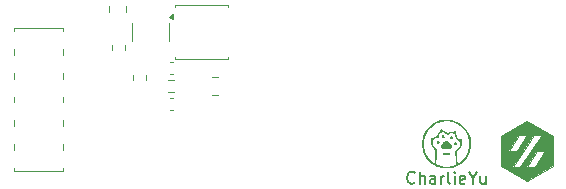
<source format=gbr>
%TF.GenerationSoftware,KiCad,Pcbnew,8.0.1*%
%TF.CreationDate,2024-06-02T11:28:52+08:00*%
%TF.ProjectId,SB-fan-board,53422d66-616e-42d6-926f-6172642e6b69,rev?*%
%TF.SameCoordinates,Original*%
%TF.FileFunction,Legend,Top*%
%TF.FilePolarity,Positive*%
%FSLAX46Y46*%
G04 Gerber Fmt 4.6, Leading zero omitted, Abs format (unit mm)*
G04 Created by KiCad (PCBNEW 8.0.1) date 2024-06-02 11:28:52*
%MOMM*%
%LPD*%
G01*
G04 APERTURE LIST*
%ADD10C,0.150000*%
%ADD11C,0.000000*%
%ADD12C,0.020000*%
%ADD13C,0.120000*%
G04 APERTURE END LIST*
D10*
X178185713Y-88954580D02*
X178138094Y-89002200D01*
X178138094Y-89002200D02*
X177995237Y-89049819D01*
X177995237Y-89049819D02*
X177899999Y-89049819D01*
X177899999Y-89049819D02*
X177757142Y-89002200D01*
X177757142Y-89002200D02*
X177661904Y-88906961D01*
X177661904Y-88906961D02*
X177614285Y-88811723D01*
X177614285Y-88811723D02*
X177566666Y-88621247D01*
X177566666Y-88621247D02*
X177566666Y-88478390D01*
X177566666Y-88478390D02*
X177614285Y-88287914D01*
X177614285Y-88287914D02*
X177661904Y-88192676D01*
X177661904Y-88192676D02*
X177757142Y-88097438D01*
X177757142Y-88097438D02*
X177899999Y-88049819D01*
X177899999Y-88049819D02*
X177995237Y-88049819D01*
X177995237Y-88049819D02*
X178138094Y-88097438D01*
X178138094Y-88097438D02*
X178185713Y-88145057D01*
X178614285Y-89049819D02*
X178614285Y-88049819D01*
X179042856Y-89049819D02*
X179042856Y-88526009D01*
X179042856Y-88526009D02*
X178995237Y-88430771D01*
X178995237Y-88430771D02*
X178899999Y-88383152D01*
X178899999Y-88383152D02*
X178757142Y-88383152D01*
X178757142Y-88383152D02*
X178661904Y-88430771D01*
X178661904Y-88430771D02*
X178614285Y-88478390D01*
X179947618Y-89049819D02*
X179947618Y-88526009D01*
X179947618Y-88526009D02*
X179899999Y-88430771D01*
X179899999Y-88430771D02*
X179804761Y-88383152D01*
X179804761Y-88383152D02*
X179614285Y-88383152D01*
X179614285Y-88383152D02*
X179519047Y-88430771D01*
X179947618Y-89002200D02*
X179852380Y-89049819D01*
X179852380Y-89049819D02*
X179614285Y-89049819D01*
X179614285Y-89049819D02*
X179519047Y-89002200D01*
X179519047Y-89002200D02*
X179471428Y-88906961D01*
X179471428Y-88906961D02*
X179471428Y-88811723D01*
X179471428Y-88811723D02*
X179519047Y-88716485D01*
X179519047Y-88716485D02*
X179614285Y-88668866D01*
X179614285Y-88668866D02*
X179852380Y-88668866D01*
X179852380Y-88668866D02*
X179947618Y-88621247D01*
X180423809Y-89049819D02*
X180423809Y-88383152D01*
X180423809Y-88573628D02*
X180471428Y-88478390D01*
X180471428Y-88478390D02*
X180519047Y-88430771D01*
X180519047Y-88430771D02*
X180614285Y-88383152D01*
X180614285Y-88383152D02*
X180709523Y-88383152D01*
X181185714Y-89049819D02*
X181090476Y-89002200D01*
X181090476Y-89002200D02*
X181042857Y-88906961D01*
X181042857Y-88906961D02*
X181042857Y-88049819D01*
X181566667Y-89049819D02*
X181566667Y-88383152D01*
X181566667Y-88049819D02*
X181519048Y-88097438D01*
X181519048Y-88097438D02*
X181566667Y-88145057D01*
X181566667Y-88145057D02*
X181614286Y-88097438D01*
X181614286Y-88097438D02*
X181566667Y-88049819D01*
X181566667Y-88049819D02*
X181566667Y-88145057D01*
X182423809Y-89002200D02*
X182328571Y-89049819D01*
X182328571Y-89049819D02*
X182138095Y-89049819D01*
X182138095Y-89049819D02*
X182042857Y-89002200D01*
X182042857Y-89002200D02*
X181995238Y-88906961D01*
X181995238Y-88906961D02*
X181995238Y-88526009D01*
X181995238Y-88526009D02*
X182042857Y-88430771D01*
X182042857Y-88430771D02*
X182138095Y-88383152D01*
X182138095Y-88383152D02*
X182328571Y-88383152D01*
X182328571Y-88383152D02*
X182423809Y-88430771D01*
X182423809Y-88430771D02*
X182471428Y-88526009D01*
X182471428Y-88526009D02*
X182471428Y-88621247D01*
X182471428Y-88621247D02*
X181995238Y-88716485D01*
X183090476Y-88573628D02*
X183090476Y-89049819D01*
X182757143Y-88049819D02*
X183090476Y-88573628D01*
X183090476Y-88573628D02*
X183423809Y-88049819D01*
X184185714Y-88383152D02*
X184185714Y-89049819D01*
X183757143Y-88383152D02*
X183757143Y-88906961D01*
X183757143Y-88906961D02*
X183804762Y-89002200D01*
X183804762Y-89002200D02*
X183900000Y-89049819D01*
X183900000Y-89049819D02*
X184042857Y-89049819D01*
X184042857Y-89049819D02*
X184138095Y-89002200D01*
X184138095Y-89002200D02*
X184185714Y-88954580D01*
D11*
%TO.C,RFF\u002A\u002A*%
G36*
X180208325Y-85459336D02*
G01*
X180245343Y-85484199D01*
X180274448Y-85518142D01*
X180289776Y-85551406D01*
X180294418Y-85592871D01*
X180284832Y-85631268D01*
X180263556Y-85663785D01*
X180233129Y-85687610D01*
X180196089Y-85699931D01*
X180157072Y-85698415D01*
X180107836Y-85680218D01*
X180070049Y-85650362D01*
X180045049Y-85610146D01*
X180036762Y-85581689D01*
X180037311Y-85541915D01*
X180051914Y-85504059D01*
X180077724Y-85472411D01*
X180111890Y-85451260D01*
X180126281Y-85446909D01*
X180167327Y-85446069D01*
X180208325Y-85459336D01*
G37*
G36*
X180642027Y-84958125D02*
G01*
X180653888Y-84964180D01*
X180684747Y-84992359D01*
X180705693Y-85030689D01*
X180715637Y-85074709D01*
X180713491Y-85119959D01*
X180700901Y-85156939D01*
X180674438Y-85191622D01*
X180639152Y-85213169D01*
X180598177Y-85220625D01*
X180554644Y-85213038D01*
X180538641Y-85206289D01*
X180506742Y-85181945D01*
X180484610Y-85147671D01*
X180472433Y-85107321D01*
X180470398Y-85064744D01*
X180478695Y-85023791D01*
X180497512Y-84988313D01*
X180526713Y-84962349D01*
X180562427Y-84950058D01*
X180603441Y-84948687D01*
X180642027Y-84958125D01*
G37*
G36*
X181347459Y-85042648D02*
G01*
X181378271Y-85060534D01*
X181401553Y-85088039D01*
X181414386Y-85124747D01*
X181415976Y-85145142D01*
X181409854Y-85196251D01*
X181390903Y-85237128D01*
X181361045Y-85267636D01*
X181323136Y-85287523D01*
X181280593Y-85295471D01*
X181239429Y-85290769D01*
X181222412Y-85284060D01*
X181195120Y-85261154D01*
X181176935Y-85227471D01*
X181168835Y-85187243D01*
X181171797Y-85144701D01*
X181182709Y-85112009D01*
X181207347Y-85075581D01*
X181239062Y-85050846D01*
X181274934Y-85037389D01*
X181312040Y-85034794D01*
X181347459Y-85042648D01*
G37*
G36*
X181681817Y-85540406D02*
G01*
X181722080Y-85552803D01*
X181724035Y-85553823D01*
X181748779Y-85575956D01*
X181765628Y-85608609D01*
X181773534Y-85646665D01*
X181771446Y-85685005D01*
X181758314Y-85718512D01*
X181757938Y-85719090D01*
X181725388Y-85755361D01*
X181685454Y-85779417D01*
X181641710Y-85790016D01*
X181597733Y-85785918D01*
X181581684Y-85780241D01*
X181546362Y-85756443D01*
X181523164Y-85723107D01*
X181513586Y-85683913D01*
X181519123Y-85642541D01*
X181522298Y-85634035D01*
X181541525Y-85597447D01*
X181566404Y-85571410D01*
X181598868Y-85551535D01*
X181638198Y-85539937D01*
X181681817Y-85540406D01*
G37*
G36*
X181169337Y-86455162D02*
G01*
X181193732Y-86470633D01*
X181212037Y-86494310D01*
X181219655Y-86521905D01*
X181219673Y-86523257D01*
X181214380Y-86551801D01*
X181197368Y-86574268D01*
X181166934Y-86592053D01*
X181121377Y-86606548D01*
X181116507Y-86607731D01*
X181073004Y-86615320D01*
X181017173Y-86620968D01*
X180953653Y-86624577D01*
X180887086Y-86626051D01*
X180822113Y-86625292D01*
X180763376Y-86622204D01*
X180715515Y-86616689D01*
X180712521Y-86616180D01*
X180664968Y-86605791D01*
X180632096Y-86593005D01*
X180611530Y-86576163D01*
X180600896Y-86553604D01*
X180598269Y-86536292D01*
X180598907Y-86509526D01*
X180607825Y-86490073D01*
X180618152Y-86478467D01*
X180628139Y-86468909D01*
X180637609Y-86462807D01*
X180649769Y-86460079D01*
X180667824Y-86460642D01*
X180694979Y-86464412D01*
X180734442Y-86471307D01*
X180754518Y-86474945D01*
X180799299Y-86480277D01*
X180855004Y-86482785D01*
X180915740Y-86482568D01*
X180975613Y-86479722D01*
X181028730Y-86474344D01*
X181054624Y-86470000D01*
X181089472Y-86462909D01*
X181120340Y-86456712D01*
X181141345Y-86452587D01*
X181143454Y-86452187D01*
X181169337Y-86455162D01*
G37*
G36*
X180976811Y-85467586D02*
G01*
X181040757Y-85495322D01*
X181042692Y-85496455D01*
X181071590Y-85516331D01*
X181108074Y-85545539D01*
X181148811Y-85580964D01*
X181190470Y-85619495D01*
X181229717Y-85658018D01*
X181263219Y-85693421D01*
X181287645Y-85722591D01*
X181293265Y-85730499D01*
X181320366Y-85784283D01*
X181330971Y-85839929D01*
X181325216Y-85898847D01*
X181313343Y-85938040D01*
X181282588Y-85997204D01*
X181239154Y-86045317D01*
X181184007Y-86081586D01*
X181118110Y-86105217D01*
X181106975Y-86107702D01*
X181082593Y-86111869D01*
X181059845Y-86113099D01*
X181033872Y-86111085D01*
X180999816Y-86105525D01*
X180966148Y-86098864D01*
X180923642Y-86090528D01*
X180892387Y-86085810D01*
X180867013Y-86084440D01*
X180842150Y-86086153D01*
X180812426Y-86090681D01*
X180809995Y-86091102D01*
X180759769Y-86099693D01*
X180722798Y-86105500D01*
X180695548Y-86108826D01*
X180674485Y-86109976D01*
X180656076Y-86109251D01*
X180636787Y-86106955D01*
X180632496Y-86106332D01*
X180594857Y-86098703D01*
X180563591Y-86086468D01*
X180532736Y-86066640D01*
X180501146Y-86040496D01*
X180460047Y-85995016D01*
X180429692Y-85942169D01*
X180412245Y-85886409D01*
X180408853Y-85850661D01*
X180411592Y-85812157D01*
X180420756Y-85776339D01*
X180437767Y-85741081D01*
X180464044Y-85704256D01*
X180501009Y-85663740D01*
X180550082Y-85617406D01*
X180585566Y-85586241D01*
X180626803Y-85551031D01*
X180658515Y-85525110D01*
X180683905Y-85506389D01*
X180706174Y-85492779D01*
X180728523Y-85482193D01*
X180754155Y-85472542D01*
X180766148Y-85468440D01*
X180835010Y-85453689D01*
X180906729Y-85453557D01*
X180976811Y-85467586D01*
G37*
G36*
X181019871Y-83628839D02*
G01*
X181200615Y-83646348D01*
X181376265Y-83679586D01*
X181548228Y-83728853D01*
X181717916Y-83794452D01*
X181805610Y-83835063D01*
X181968892Y-83924264D01*
X182122211Y-84026893D01*
X182264936Y-84142084D01*
X182396433Y-84268971D01*
X182516072Y-84406688D01*
X182623219Y-84554368D01*
X182717243Y-84711146D01*
X182797511Y-84876155D01*
X182863391Y-85048529D01*
X182914252Y-85227402D01*
X182947660Y-85399765D01*
X182952748Y-85440595D01*
X182957669Y-85492900D01*
X182961980Y-85551086D01*
X182965239Y-85609559D01*
X182966244Y-85634476D01*
X182964212Y-85818663D01*
X182945610Y-86000919D01*
X182910916Y-86180153D01*
X182860611Y-86355276D01*
X182795172Y-86525195D01*
X182715080Y-86688823D01*
X182620812Y-86845067D01*
X182512848Y-86992839D01*
X182391666Y-87131047D01*
X182257747Y-87258601D01*
X182249642Y-87265611D01*
X182101336Y-87382115D01*
X181944348Y-87484002D01*
X181779161Y-87571058D01*
X181606256Y-87643071D01*
X181426112Y-87699826D01*
X181239212Y-87741109D01*
X181147126Y-87755383D01*
X181111144Y-87759050D01*
X181062798Y-87762353D01*
X181006440Y-87765153D01*
X180946424Y-87767315D01*
X180887102Y-87768703D01*
X180832827Y-87769180D01*
X180787951Y-87768610D01*
X180763053Y-87767412D01*
X180581926Y-87746884D01*
X180409766Y-87713185D01*
X180243860Y-87665587D01*
X180081492Y-87603364D01*
X179986373Y-87559555D01*
X179821553Y-87469735D01*
X179666961Y-87366767D01*
X179523236Y-87251465D01*
X179391020Y-87124643D01*
X179270953Y-86987117D01*
X179163675Y-86839701D01*
X179069827Y-86683210D01*
X178990050Y-86518458D01*
X178924984Y-86346261D01*
X178875269Y-86167432D01*
X178868735Y-86138038D01*
X178854710Y-86069907D01*
X178844010Y-86010105D01*
X178836221Y-85954334D01*
X178830926Y-85898295D01*
X178827711Y-85837690D01*
X178826160Y-85768221D01*
X178825843Y-85694221D01*
X178826326Y-85647279D01*
X178977582Y-85647279D01*
X178980590Y-85827916D01*
X179000178Y-86005284D01*
X179036043Y-86178618D01*
X179087878Y-86347150D01*
X179155380Y-86510113D01*
X179238243Y-86666741D01*
X179336163Y-86816267D01*
X179448835Y-86957923D01*
X179535755Y-87051420D01*
X179571184Y-87085756D01*
X179612050Y-87122969D01*
X179656193Y-87161338D01*
X179701455Y-87199141D01*
X179745675Y-87234657D01*
X179786695Y-87266164D01*
X179822355Y-87291939D01*
X179850495Y-87310262D01*
X179868957Y-87319412D01*
X179872784Y-87320128D01*
X179878198Y-87312698D01*
X179883191Y-87294590D01*
X179883581Y-87292390D01*
X179885417Y-87275935D01*
X179888088Y-87244121D01*
X179891486Y-87198631D01*
X179895506Y-87141148D01*
X179900038Y-87073357D01*
X179904976Y-86996941D01*
X179910212Y-86913585D01*
X179915639Y-86824971D01*
X179921150Y-86732784D01*
X179926636Y-86638707D01*
X179931990Y-86544425D01*
X179936437Y-86463940D01*
X179950296Y-86209465D01*
X179859341Y-86123803D01*
X179801948Y-86067840D01*
X179755639Y-86017895D01*
X179717459Y-85970279D01*
X179684450Y-85921305D01*
X179653656Y-85867282D01*
X179653504Y-85866996D01*
X179614024Y-85777901D01*
X179587611Y-85685516D01*
X179574884Y-85593175D01*
X179575562Y-85554980D01*
X179700860Y-85554980D01*
X179706112Y-85636408D01*
X179726799Y-85719960D01*
X179762954Y-85804536D01*
X179814609Y-85889038D01*
X179815662Y-85890525D01*
X179839531Y-85920610D01*
X179872322Y-85957187D01*
X179910463Y-85996723D01*
X179950379Y-86035682D01*
X179988497Y-86070530D01*
X180021245Y-86097732D01*
X180035690Y-86108166D01*
X180056586Y-86125361D01*
X180070548Y-86143011D01*
X180072786Y-86148391D01*
X180073493Y-86161421D01*
X180073193Y-86189778D01*
X180071978Y-86231754D01*
X180069946Y-86285641D01*
X180067192Y-86349731D01*
X180063809Y-86422318D01*
X180059895Y-86501693D01*
X180055544Y-86586148D01*
X180050851Y-86673976D01*
X180045913Y-86763470D01*
X180040823Y-86852921D01*
X180035677Y-86940622D01*
X180030572Y-87024866D01*
X180025601Y-87103944D01*
X180020860Y-87176149D01*
X180016445Y-87239774D01*
X180012451Y-87293110D01*
X180008972Y-87334451D01*
X180006105Y-87362088D01*
X180004477Y-87372527D01*
X180003497Y-87383769D01*
X180007735Y-87393760D01*
X180019425Y-87404115D01*
X180040796Y-87416452D01*
X180074081Y-87432388D01*
X180108106Y-87447631D01*
X180261712Y-87508198D01*
X180417694Y-87555525D01*
X180572597Y-87588659D01*
X180664901Y-87601474D01*
X180704174Y-87605781D01*
X180740433Y-87609809D01*
X180767961Y-87612919D01*
X180775855Y-87613836D01*
X180804085Y-87615506D01*
X180845461Y-87615811D01*
X180896126Y-87614912D01*
X180952225Y-87612973D01*
X181009903Y-87610156D01*
X181065303Y-87606624D01*
X181114569Y-87602540D01*
X181153846Y-87598066D01*
X181155661Y-87597809D01*
X181257152Y-87581287D01*
X181347971Y-87562104D01*
X181434467Y-87538903D01*
X181441581Y-87536776D01*
X181485427Y-87522812D01*
X181531973Y-87506721D01*
X181578100Y-87489725D01*
X181620693Y-87473049D01*
X181656633Y-87457915D01*
X181682805Y-87445547D01*
X181696091Y-87437167D01*
X181696466Y-87436752D01*
X181699157Y-87425834D01*
X181699785Y-87401446D01*
X181698319Y-87362723D01*
X181694726Y-87308801D01*
X181688973Y-87238817D01*
X181688960Y-87238667D01*
X181679067Y-87122971D01*
X181669732Y-87008869D01*
X181661075Y-86898097D01*
X181653212Y-86792386D01*
X181646264Y-86693469D01*
X181640347Y-86603079D01*
X181635579Y-86522949D01*
X181632081Y-86454811D01*
X181629968Y-86400399D01*
X181629350Y-86365047D01*
X181629350Y-86254418D01*
X181699763Y-86192212D01*
X181783168Y-86116208D01*
X181852887Y-86047302D01*
X181910000Y-85984021D01*
X181955583Y-85924892D01*
X181990713Y-85868440D01*
X182016468Y-85813194D01*
X182033925Y-85757678D01*
X182040420Y-85726262D01*
X182045134Y-85651585D01*
X182033916Y-85580305D01*
X182007785Y-85513796D01*
X181967759Y-85453430D01*
X181914857Y-85400580D01*
X181850096Y-85356619D01*
X181774494Y-85322921D01*
X181731769Y-85310047D01*
X181701768Y-85301485D01*
X181677774Y-85293064D01*
X181665624Y-85287003D01*
X181660462Y-85275642D01*
X181657038Y-85250733D01*
X181655227Y-85210985D01*
X181654854Y-85174678D01*
X181651722Y-85093696D01*
X181641920Y-85026162D01*
X181624577Y-84969468D01*
X181598821Y-84921008D01*
X181563783Y-84878175D01*
X181551950Y-84866609D01*
X181492981Y-84821806D01*
X181427492Y-84790301D01*
X181358447Y-84772892D01*
X181288807Y-84770378D01*
X181232029Y-84780358D01*
X181183561Y-84799538D01*
X181130933Y-84829503D01*
X181079406Y-84866805D01*
X181034240Y-84907993D01*
X181029178Y-84913379D01*
X180999699Y-84941380D01*
X180974471Y-84955008D01*
X180951482Y-84953820D01*
X180928717Y-84937371D01*
X180904163Y-84905217D01*
X180890383Y-84882765D01*
X180845644Y-84820575D01*
X180791779Y-84769621D01*
X180731053Y-84731096D01*
X180665730Y-84706196D01*
X180598074Y-84696116D01*
X180543278Y-84699607D01*
X180476161Y-84716219D01*
X180412493Y-84742481D01*
X180356459Y-84776214D01*
X180312245Y-84815238D01*
X180305051Y-84823656D01*
X180272323Y-84870134D01*
X180249835Y-84917664D01*
X180236227Y-84970614D01*
X180230138Y-85033355D01*
X180229488Y-85066318D01*
X180228808Y-85102643D01*
X180227091Y-85132809D01*
X180224636Y-85152535D01*
X180223087Y-85157375D01*
X180205327Y-85173847D01*
X180178569Y-85181291D01*
X180140201Y-85180234D01*
X180122349Y-85177763D01*
X180048512Y-85174274D01*
X179977004Y-85187562D01*
X179908460Y-85217418D01*
X179843518Y-85263632D01*
X179833569Y-85272472D01*
X179777397Y-85334421D01*
X179736534Y-85402887D01*
X179711011Y-85476773D01*
X179700860Y-85554980D01*
X179575562Y-85554980D01*
X179576464Y-85504212D01*
X179580506Y-85474524D01*
X179585632Y-85442259D01*
X179586949Y-85420328D01*
X179583540Y-85402240D01*
X179574485Y-85381504D01*
X179564657Y-85362625D01*
X179545199Y-85313580D01*
X179539504Y-85268980D01*
X179546358Y-85230672D01*
X179564547Y-85200503D01*
X179592859Y-85180319D01*
X179630079Y-85171967D01*
X179674994Y-85177292D01*
X179684610Y-85180103D01*
X179727614Y-85193855D01*
X179774189Y-85155919D01*
X179846753Y-85106063D01*
X179922610Y-85071543D01*
X180000084Y-85053010D01*
X180047667Y-85049832D01*
X180101595Y-85049832D01*
X180101721Y-85017826D01*
X180105655Y-84976718D01*
X180116023Y-84927456D01*
X180131083Y-84876871D01*
X180149094Y-84831796D01*
X180149195Y-84831582D01*
X180173967Y-84789835D01*
X180208696Y-84745155D01*
X180248536Y-84703111D01*
X180288643Y-84669271D01*
X180293303Y-84665985D01*
X180312247Y-84651898D01*
X180323825Y-84638493D01*
X180330920Y-84620367D01*
X180336416Y-84592117D01*
X180337957Y-84582331D01*
X180348735Y-84533348D01*
X180364541Y-84498147D01*
X180386983Y-84473784D01*
X180402622Y-84463997D01*
X180436533Y-84455501D01*
X180472998Y-84462088D01*
X180509525Y-84482536D01*
X180543620Y-84515622D01*
X180562851Y-84542600D01*
X180575772Y-84560659D01*
X180589531Y-84569231D01*
X180611039Y-84571771D01*
X180621373Y-84571875D01*
X180688458Y-84579869D01*
X180757723Y-84603027D01*
X180826607Y-84640118D01*
X180892544Y-84689910D01*
X180919690Y-84715252D01*
X180947979Y-84743065D01*
X180967097Y-84760407D01*
X180979846Y-84768969D01*
X180989031Y-84770444D01*
X180997456Y-84766523D01*
X181000772Y-84764169D01*
X181077572Y-84712646D01*
X181147862Y-84675815D01*
X181166786Y-84667949D01*
X181196769Y-84657271D01*
X181224083Y-84650607D01*
X181254520Y-84647080D01*
X181293870Y-84645814D01*
X181313557Y-84645745D01*
X181353239Y-84646604D01*
X181388448Y-84648838D01*
X181414459Y-84652069D01*
X181424344Y-84654585D01*
X181438427Y-84658069D01*
X181453563Y-84654962D01*
X181474595Y-84643716D01*
X181490568Y-84633409D01*
X181534671Y-84609791D01*
X181577358Y-84599485D01*
X181578007Y-84599422D01*
X181604686Y-84598008D01*
X181622522Y-84602175D01*
X181639526Y-84614798D01*
X181650475Y-84625434D01*
X181668239Y-84645068D01*
X181677203Y-84662711D01*
X181680297Y-84685895D01*
X181680560Y-84702758D01*
X181679145Y-84733437D01*
X181675527Y-84760056D01*
X181672699Y-84770673D01*
X181670065Y-84784386D01*
X181673939Y-84800141D01*
X181685877Y-84822231D01*
X181698447Y-84841642D01*
X181735066Y-84909968D01*
X181761852Y-84989305D01*
X181777686Y-85075984D01*
X181780656Y-85111088D01*
X181783071Y-85149192D01*
X181785697Y-85173617D01*
X181789536Y-85187737D01*
X181795588Y-85194925D01*
X181804854Y-85198554D01*
X181806746Y-85199041D01*
X181840927Y-85210760D01*
X181882437Y-85229519D01*
X181924949Y-85252115D01*
X181962140Y-85275342D01*
X181973161Y-85283359D01*
X182013982Y-85314730D01*
X182060187Y-85301298D01*
X182098121Y-85293475D01*
X182130643Y-85292637D01*
X182135885Y-85293399D01*
X182166791Y-85306503D01*
X182194441Y-85330531D01*
X182212334Y-85359648D01*
X182213477Y-85363072D01*
X182214742Y-85389838D01*
X182206938Y-85424551D01*
X182191684Y-85461845D01*
X182175156Y-85490008D01*
X182160807Y-85512615D01*
X182155372Y-85529159D01*
X182157265Y-85547036D01*
X182160425Y-85558657D01*
X182166965Y-85594492D01*
X182170009Y-85641164D01*
X182169683Y-85692829D01*
X182166112Y-85743642D01*
X182159421Y-85787758D01*
X182155170Y-85804729D01*
X182125461Y-85883840D01*
X182083577Y-85961919D01*
X182028554Y-86040283D01*
X181959429Y-86120245D01*
X181875235Y-86203120D01*
X181838895Y-86235821D01*
X181747204Y-86316535D01*
X181752780Y-86410788D01*
X181755833Y-86459454D01*
X181759800Y-86517523D01*
X181764754Y-86585912D01*
X181770767Y-86665539D01*
X181777910Y-86757321D01*
X181786254Y-86862176D01*
X181795872Y-86981023D01*
X181806835Y-87114778D01*
X181819215Y-87264361D01*
X181822966Y-87309459D01*
X181826194Y-87339465D01*
X181829953Y-87361453D01*
X181833493Y-87371192D01*
X181833903Y-87371338D01*
X181842750Y-87366901D01*
X181863112Y-87354711D01*
X181892277Y-87336448D01*
X181927534Y-87313790D01*
X181941492Y-87304688D01*
X182087087Y-87199517D01*
X182220383Y-87083223D01*
X182341056Y-86956802D01*
X182448786Y-86821251D01*
X182543250Y-86677569D01*
X182624128Y-86526753D01*
X182691097Y-86369800D01*
X182743836Y-86207707D01*
X182782024Y-86041471D01*
X182805338Y-85872091D01*
X182813457Y-85700564D01*
X182806060Y-85527886D01*
X182782825Y-85355056D01*
X182743431Y-85183070D01*
X182687555Y-85012926D01*
X182683707Y-85002890D01*
X182611980Y-84840501D01*
X182526047Y-84686587D01*
X182426846Y-84541945D01*
X182315314Y-84407369D01*
X182192386Y-84283655D01*
X182059001Y-84171599D01*
X181916094Y-84071995D01*
X181764604Y-83985639D01*
X181605466Y-83913327D01*
X181439618Y-83855854D01*
X181287952Y-83817996D01*
X181109810Y-83789821D01*
X180932810Y-83778203D01*
X180757849Y-83782648D01*
X180585823Y-83802662D01*
X180417627Y-83837751D01*
X180254157Y-83887421D01*
X180096309Y-83951177D01*
X179944978Y-84028526D01*
X179801061Y-84118974D01*
X179665454Y-84222027D01*
X179539051Y-84337190D01*
X179422749Y-84463969D01*
X179317443Y-84601871D01*
X179224030Y-84750402D01*
X179143406Y-84909066D01*
X179094316Y-85027867D01*
X179049381Y-85162300D01*
X179015897Y-85297242D01*
X178993079Y-85436853D01*
X178980142Y-85585294D01*
X178977582Y-85647279D01*
X178826326Y-85647279D01*
X178826789Y-85602260D01*
X178829745Y-85522765D01*
X178835223Y-85451195D01*
X178843736Y-85383011D01*
X178855799Y-85313674D01*
X178871924Y-85238645D01*
X178882316Y-85194926D01*
X178933555Y-85020168D01*
X179000109Y-84851776D01*
X179081139Y-84690593D01*
X179175809Y-84537464D01*
X179283280Y-84393235D01*
X179402714Y-84258750D01*
X179533274Y-84134853D01*
X179674122Y-84022389D01*
X179824420Y-83922204D01*
X179983329Y-83835141D01*
X180150013Y-83762045D01*
X180323634Y-83703761D01*
X180375342Y-83689703D01*
X180473979Y-83666342D01*
X180566625Y-83649128D01*
X180659479Y-83637208D01*
X180758743Y-83629728D01*
X180832622Y-83626755D01*
X181019871Y-83628839D01*
G37*
D12*
%TO.C,REF\u002A\u002A*%
X189882813Y-85010021D02*
X189882813Y-87530178D01*
X187700000Y-88790256D01*
X185705906Y-87639120D01*
X186471077Y-87639120D01*
X187129294Y-87639120D01*
X187684522Y-87639120D01*
X188342938Y-87639120D01*
X189243447Y-86269108D01*
X188585032Y-86269108D01*
X187684522Y-87639120D01*
X187129294Y-87639120D01*
X188930709Y-84898698D01*
X188272294Y-84898698D01*
X186471077Y-87639120D01*
X185705906Y-87639120D01*
X185517188Y-87530178D01*
X185517188Y-86270392D01*
X186158537Y-86270392D01*
X186816755Y-86270694D01*
X187717463Y-84900682D01*
X187059047Y-84900682D01*
X186158537Y-86270392D01*
X185517188Y-86270392D01*
X185517188Y-86270099D01*
X185517188Y-85010021D01*
X187700000Y-83749745D01*
X189882813Y-85010021D01*
G36*
X189882813Y-85010021D02*
G01*
X189882813Y-87530178D01*
X187700000Y-88790256D01*
X185705906Y-87639120D01*
X186471077Y-87639120D01*
X187129294Y-87639120D01*
X187684522Y-87639120D01*
X188342938Y-87639120D01*
X189243447Y-86269108D01*
X188585032Y-86269108D01*
X187684522Y-87639120D01*
X187129294Y-87639120D01*
X188930709Y-84898698D01*
X188272294Y-84898698D01*
X186471077Y-87639120D01*
X185705906Y-87639120D01*
X185517188Y-87530178D01*
X185517188Y-86270392D01*
X186158537Y-86270392D01*
X186816755Y-86270694D01*
X187717463Y-84900682D01*
X187059047Y-84900682D01*
X186158537Y-86270392D01*
X185517188Y-86270392D01*
X185517188Y-86270099D01*
X185517188Y-85010021D01*
X187700000Y-83749745D01*
X189882813Y-85010021D01*
G37*
D13*
%TO.C,R2*%
X157337742Y-80277500D02*
X157812258Y-80277500D01*
X157337742Y-81322500D02*
X157812258Y-81322500D01*
%TO.C,L1*%
X157890000Y-73952500D02*
X157890000Y-74102500D01*
X157890000Y-73952500D02*
X162410000Y-73952500D01*
X157890000Y-78472500D02*
X157890000Y-78322500D01*
X157890000Y-78472500D02*
X162410000Y-78472500D01*
X162410000Y-73952500D02*
X162410000Y-74102500D01*
X162410000Y-78472500D02*
X162410000Y-78322500D01*
%TO.C,R3*%
X154377501Y-79812742D02*
X154377501Y-80287258D01*
X155422501Y-79812742D02*
X155422501Y-80287258D01*
%TO.C,C1*%
X157434420Y-78790000D02*
X157715580Y-78790000D01*
X157434420Y-79810000D02*
X157715580Y-79810000D01*
%TO.C,R1*%
X152577500Y-77762258D02*
X152577500Y-77287742D01*
X153622500Y-77762258D02*
X153622500Y-77287742D01*
%TO.C,J4*%
X144281000Y-76169000D02*
X144281000Y-75869000D01*
X144281000Y-78169000D02*
X144281000Y-77689000D01*
X144281000Y-80169000D02*
X144281000Y-79689000D01*
X144281000Y-82169000D02*
X144281000Y-81689000D01*
X144281000Y-84169000D02*
X144281000Y-83689000D01*
X144281000Y-86169000D02*
X144281000Y-85689000D01*
X144281000Y-87989000D02*
X144281000Y-87689000D01*
X148401000Y-75869000D02*
X144281000Y-75869000D01*
X148401000Y-76169000D02*
X148401000Y-75869000D01*
X148401000Y-78169000D02*
X148401000Y-77689000D01*
X148401000Y-80169000D02*
X148401000Y-79689000D01*
X148401000Y-82169000D02*
X148401000Y-81689000D01*
X148401000Y-84169000D02*
X148401000Y-83689000D01*
X148401000Y-86169000D02*
X148401000Y-85689000D01*
X148401000Y-87989000D02*
X144281000Y-87989000D01*
X148401000Y-87989000D02*
X148401000Y-87689000D01*
%TO.C,C4*%
X157434420Y-81790000D02*
X157715580Y-81790000D01*
X157434420Y-82810000D02*
X157715580Y-82810000D01*
%TO.C,C2*%
X152265000Y-74561253D02*
X152265000Y-74038749D01*
X153735000Y-74561253D02*
X153735000Y-74038749D01*
%TO.C,C3*%
X161038748Y-80065000D02*
X161561252Y-80065000D01*
X161038748Y-81535000D02*
X161561252Y-81535000D01*
%TO.C,U1*%
X154290000Y-76212500D02*
X154290000Y-75412500D01*
X154290000Y-76212500D02*
X154290000Y-77012500D01*
X157410000Y-76212500D02*
X157410000Y-75412500D01*
X157410000Y-76212500D02*
X157410000Y-77012500D01*
X157690000Y-75152500D02*
X157360000Y-74912500D01*
X157690000Y-74672500D01*
X157690000Y-75152500D01*
G36*
X157690000Y-75152500D02*
G01*
X157360000Y-74912500D01*
X157690000Y-74672500D01*
X157690000Y-75152500D01*
G37*
%TD*%
M02*

</source>
